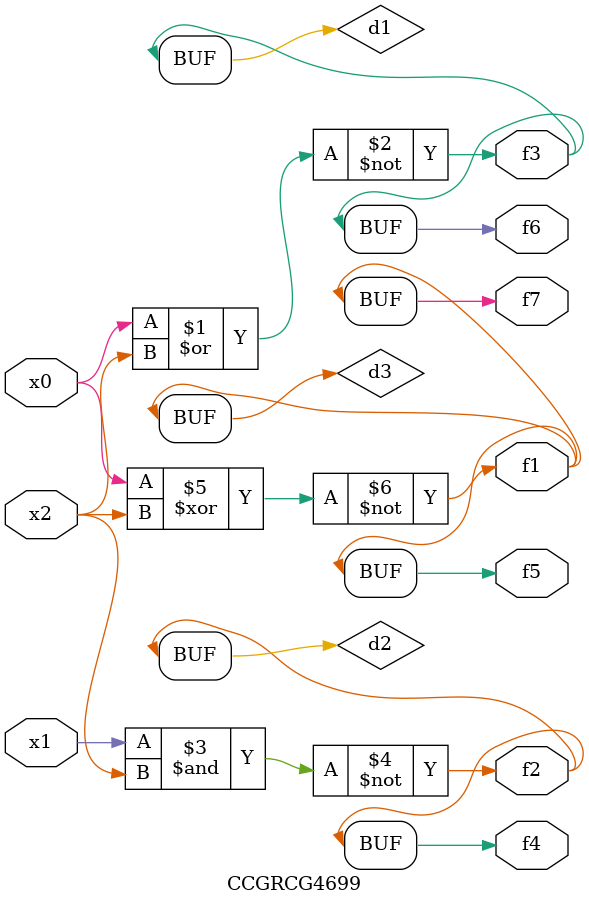
<source format=v>
module CCGRCG4699(
	input x0, x1, x2,
	output f1, f2, f3, f4, f5, f6, f7
);

	wire d1, d2, d3;

	nor (d1, x0, x2);
	nand (d2, x1, x2);
	xnor (d3, x0, x2);
	assign f1 = d3;
	assign f2 = d2;
	assign f3 = d1;
	assign f4 = d2;
	assign f5 = d3;
	assign f6 = d1;
	assign f7 = d3;
endmodule

</source>
